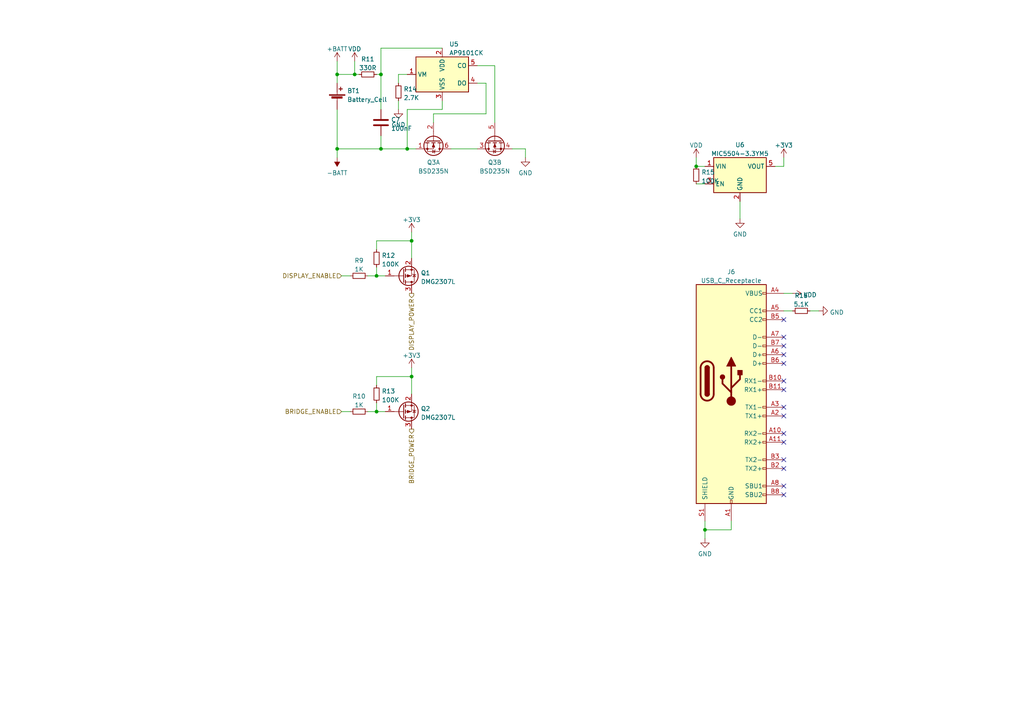
<source format=kicad_sch>
(kicad_sch (version 20211123) (generator eeschema)
  (paper "A4")
  (lib_symbols
    (symbol "Battery_Management:AP9101CK"
      (property "Reference" "U" (at -7.62 6.35 0))
      (property "Value" "AP9101CK" (at 6.35 6.35 0))
      (symbol "AP9101CK_0_1"
        (rectangle (start -7.62 5.08) (end 7.62 -5.08) (stroke (width 0.254)) (fill (type background)))
      )
      (symbol "AP9101CK_1_1"
        (pin passive line (at -10.16 0 0) (length 2.54) (name "VM") (number "1"))
        (pin power_in line (at 0 7.62 270) (length 2.54) (name "VDD") (number "2"))
        (pin power_in line (at 0 -7.62 90) (length 2.54) (name "VSS") (number "3"))
        (pin output line (at 10.16 -2.54 180) (length 2.54) (name "DO") (number "4"))
        (pin output line (at 10.16 2.54 180) (length 2.54) (name "CO") (number "5"))
      )
    )
    (symbol "Connector:USB_C_Receptacle" (pin_names (offset 1.016))
      (property "Reference" "J" (at -10.16 29.21 0))
      (property "Value" "USB_C_Receptacle" (at 10.16 29.21 0))
      (symbol "USB_C_Receptacle_0_0"
        (rectangle (start -0.254 -35.56) (end 0.254 -34.544))
        (rectangle (start 10.16 -32.766) (end 9.144 -33.274))
        (rectangle (start 10.16 -30.226) (end 9.144 -30.734))
        (rectangle (start 10.16 -25.146) (end 9.144 -25.654))
        (rectangle (start 10.16 -22.606) (end 9.144 -23.114))
        (rectangle (start 10.16 -17.526) (end 9.144 -18.034))
        (rectangle (start 10.16 -14.986) (end 9.144 -15.494))
        (rectangle (start 10.16 -9.906) (end 9.144 -10.414))
        (rectangle (start 10.16 -7.366) (end 9.144 -7.874))
        (rectangle (start 10.16 -2.286) (end 9.144 -2.794))
        (rectangle (start 10.16 0.254) (end 9.144 -0.254))
        (rectangle (start 10.16 5.334) (end 9.144 4.826))
        (rectangle (start 10.16 7.874) (end 9.144 7.366))
        (rectangle (start 10.16 10.414) (end 9.144 9.906))
        (rectangle (start 10.16 12.954) (end 9.144 12.446))
        (rectangle (start 10.16 18.034) (end 9.144 17.526))
        (rectangle (start 10.16 20.574) (end 9.144 20.066))
        (rectangle (start 10.16 25.654) (end 9.144 25.146))
      )
      (symbol "USB_C_Receptacle_0_1"
        (rectangle (start -10.16 27.94) (end 10.16 -35.56) (stroke (width 0.254)) (fill (type background)))
        (arc (start -8.89 -3.81) (mid -6.985 -5.715) (end -5.08 -3.81) (stroke (width 0.508)))
        (arc (start -7.62 -3.81) (mid -6.985 -4.445) (end -6.35 -3.81) (stroke (width 0.254)))
        (arc (start -7.62 -3.81) (mid -6.985 -4.445) (end -6.35 -3.81) (stroke (width 0.254)) (fill (type outline)))
        (rectangle (start -7.62 -3.81) (end -6.35 3.81) (stroke (width 0.254)) (fill (type outline)))
        (arc (start -6.35 3.81) (mid -6.985 4.445) (end -7.62 3.81) (stroke (width 0.254)))
        (arc (start -6.35 3.81) (mid -6.985 4.445) (end -7.62 3.81) (stroke (width 0.254)) (fill (type outline)))
        (arc (start -5.08 3.81) (mid -6.985 5.715) (end -8.89 3.81) (stroke (width 0.508)))
        (polyline (pts (xy -8.89 -3.81) (xy -8.89 3.81)) (stroke (width 0.508)))
        (polyline (pts (xy -5.08 3.81) (xy -5.08 -3.81)) (stroke (width 0.508)))
      )
      (symbol "USB_C_Receptacle_1_1"
        (circle (center -2.54 1.143) (radius 0.635) (stroke (width 0.254)) (fill (type outline)))
        (circle (center 0 -5.842) (radius 1.27) (fill (type outline)))
        (polyline (pts (xy 0 -5.842) (xy 0 4.318)) (stroke (width 0.508)))
        (polyline (pts (xy 0 -3.302) (xy -2.54 -0.762) (xy -2.54 0.508)) (stroke (width 0.508)))
        (polyline (pts (xy 0 -2.032) (xy 2.54 0.508) (xy 2.54 1.778)) (stroke (width 0.508)))
        (polyline (pts (xy -1.27 4.318) (xy 0 6.858) (xy 1.27 4.318) (xy -1.27 4.318)) (stroke (width 0.254)) (fill (type outline)))
        (rectangle (start 1.905 1.778) (end 3.175 3.048) (stroke (width 0.254)) (fill (type outline)))
        (pin passive line (at 0 -40.64 90) (length 5.08) (name "GND") (number "A1"))
        (pin bidirectional line (at 15.24 -15.24 180) (length 5.08) (name "RX2-") (number "A10"))
        (pin bidirectional line (at 15.24 -17.78 180) (length 5.08) (name "RX2+") (number "A11"))
        (pin passive line (at 0 -40.64 90) (length 5.08) hide (name "GND") (number "A12"))
        (pin bidirectional line (at 15.24 -10.16 180) (length 5.08) (name "TX1+") (number "A2"))
        (pin bidirectional line (at 15.24 -7.62 180) (length 5.08) (name "TX1-") (number "A3"))
        (pin passive line (at 15.24 25.4 180) (length 5.08) (name "VBUS") (number "A4"))
        (pin bidirectional line (at 15.24 20.32 180) (length 5.08) (name "CC1") (number "A5"))
        (pin bidirectional line (at 15.24 7.62 180) (length 5.08) (name "D+") (number "A6"))
        (pin bidirectional line (at 15.24 12.7 180) (length 5.08) (name "D-") (number "A7"))
        (pin bidirectional line (at 15.24 -30.48 180) (length 5.08) (name "SBU1") (number "A8"))
        (pin passive line (at 15.24 25.4 180) (length 5.08) hide (name "VBUS") (number "A9"))
        (pin passive line (at 0 -40.64 90) (length 5.08) hide (name "GND") (number "B1"))
        (pin bidirectional line (at 15.24 0 180) (length 5.08) (name "RX1-") (number "B10"))
        (pin bidirectional line (at 15.24 -2.54 180) (length 5.08) (name "RX1+") (number "B11"))
        (pin passive line (at 0 -40.64 90) (length 5.08) hide (name "GND") (number "B12"))
        (pin bidirectional line (at 15.24 -25.4 180) (length 5.08) (name "TX2+") (number "B2"))
        (pin bidirectional line (at 15.24 -22.86 180) (length 5.08) (name "TX2-") (number "B3"))
        (pin passive line (at 15.24 25.4 180) (length 5.08) hide (name "VBUS") (number "B4"))
        (pin bidirectional line (at 15.24 17.78 180) (length 5.08) (name "CC2") (number "B5"))
        (pin bidirectional line (at 15.24 5.08 180) (length 5.08) (name "D+") (number "B6"))
        (pin bidirectional line (at 15.24 10.16 180) (length 5.08) (name "D-") (number "B7"))
        (pin bidirectional line (at 15.24 -33.02 180) (length 5.08) (name "SBU2") (number "B8"))
        (pin passive line (at 15.24 25.4 180) (length 5.08) hide (name "VBUS") (number "B9"))
        (pin passive line (at -7.62 -40.64 90) (length 5.08) (name "SHIELD") (number "S1"))
      )
    )
    (symbol "Device:Battery_Cell" (pin_numbers hide) (pin_names (offset 0) hide)
      (property "Reference" "BT" (at 2.54 2.54 0))
      (property "Value" "Battery_Cell" (at 2.54 0 0))
      (symbol "Battery_Cell_0_1"
        (rectangle (start -2.286 1.778) (end 2.286 1.524) (fill (type outline)))
        (rectangle (start -1.5748 1.1938) (end 1.4732 0.6858) (fill (type outline)))
        (polyline (pts (xy 0 0.762) (xy 0 0)))
        (polyline (pts (xy 0 1.778) (xy 0 2.54)))
        (polyline (pts (xy 0.508 3.429) (xy 1.524 3.429)) (stroke (width 0.254)))
        (polyline (pts (xy 1.016 3.937) (xy 1.016 2.921)) (stroke (width 0.254)))
      )
      (symbol "Battery_Cell_1_1"
        (pin passive line (at 0 5.08 270) (length 2.54) (name "+") (number "1"))
        (pin passive line (at 0 -2.54 90) (length 2.54) (name "-") (number "2"))
      )
    )
    (symbol "Device:C" (pin_numbers hide) (pin_names (offset 0.254))
      (property "Reference" "C" (at 0.635 2.54 0))
      (property "Value" "C" (at 0.635 -2.54 0))
      (symbol "C_0_1"
        (polyline (pts (xy -2.032 -0.762) (xy 2.032 -0.762)) (stroke (width 0.508)))
        (polyline (pts (xy -2.032 0.762) (xy 2.032 0.762)) (stroke (width 0.508)))
      )
      (symbol "C_1_1"
        (pin passive line (at 0 3.81 270) (length 2.794) (name "~") (number "1"))
        (pin passive line (at 0 -3.81 90) (length 2.794) (name "~") (number "2"))
      )
    )
    (symbol "Device:R_Small" (pin_numbers hide) (pin_names (offset 0.254) hide)
      (property "Reference" "R" (at 0.762 0.508 0))
      (property "Value" "R_Small" (at 0.762 -1.016 0))
      (symbol "R_Small_0_1"
        (rectangle (start -0.762 1.778) (end 0.762 -1.778) (stroke (width 0.2032)))
      )
      (symbol "R_Small_1_1"
        (pin passive line (at 0 2.54 270) (length 0.762) (name "~") (number "1"))
        (pin passive line (at 0 -2.54 90) (length 0.762) (name "~") (number "2"))
      )
    )
    (symbol "Regulator_Linear:MIC5504-3.3YM5"
      (property "Reference" "U" (at -7.62 8.89 0))
      (property "Value" "MIC5504-3.3YM5" (at -7.62 6.35 0))
      (symbol "MIC5504-3.3YM5_0_1"
        (rectangle (start -7.62 -5.08) (end 7.62 5.08) (stroke (width 0.254)) (fill (type background)))
      )
      (symbol "MIC5504-3.3YM5_1_1"
        (pin power_in line (at -10.16 2.54 0) (length 2.54) (name "VIN") (number "1"))
        (pin power_in line (at 0 -7.62 90) (length 2.54) (name "GND") (number "2"))
        (pin input line (at -10.16 -2.54 0) (length 2.54) (name "EN") (number "3"))
        (pin no_connect line (at 7.62 -2.54 180) (length 2.54) hide (name "NC") (number "4"))
        (pin power_out line (at 10.16 2.54 180) (length 2.54) (name "VOUT") (number "5"))
      )
    )
    (symbol "Transistor_FET:DMG2301L" (pin_names hide)
      (property "Reference" "Q" (at 5.08 1.905 0))
      (property "Value" "DMG2301L" (at 5.08 0 0))
      (symbol "DMG2301L_0_1"
        (polyline (pts (xy 0.254 0) (xy -2.54 0)))
        (polyline (pts (xy 0.254 1.905) (xy 0.254 -1.905)) (stroke (width 0.254)))
        (polyline (pts (xy 0.762 -1.27) (xy 0.762 -2.286)) (stroke (width 0.254)))
        (polyline (pts (xy 0.762 0.508) (xy 0.762 -0.508)) (stroke (width 0.254)))
        (polyline (pts (xy 0.762 2.286) (xy 0.762 1.27)) (stroke (width 0.254)))
        (polyline (pts (xy 2.54 2.54) (xy 2.54 1.778)))
        (polyline (pts (xy 2.54 -2.54) (xy 2.54 0) (xy 0.762 0)))
        (polyline (pts (xy 0.762 1.778) (xy 3.302 1.778) (xy 3.302 -1.778) (xy 0.762 -1.778)))
        (polyline (pts (xy 2.286 0) (xy 1.27 0.381) (xy 1.27 -0.381) (xy 2.286 0)) (fill (type outline)))
        (polyline (pts (xy 2.794 -0.508) (xy 2.921 -0.381) (xy 3.683 -0.381) (xy 3.81 -0.254)))
        (polyline (pts (xy 3.302 -0.381) (xy 2.921 0.254) (xy 3.683 0.254) (xy 3.302 -0.381)))
        (circle (center 1.651 0) (radius 2.794) (stroke (width 0.254)))
        (circle (center 2.54 -1.778) (radius 0.254) (fill (type outline)))
        (circle (center 2.54 1.778) (radius 0.254) (fill (type outline)))
      )
      (symbol "DMG2301L_1_1"
        (pin input line (at -5.08 0 0) (length 2.54) (name "G") (number "1"))
        (pin passive line (at 2.54 -5.08 90) (length 2.54) (name "S") (number "2"))
        (pin passive line (at 2.54 5.08 270) (length 2.54) (name "D") (number "3"))
      )
    )
    (symbol "Transistor_FET:FDG6335N" (pin_names hide)
      (property "Reference" "Q" (at 5.08 1.905 0))
      (property "Value" "FDG6335N" (at 5.08 0 0))
      (symbol "FDG6335N_0_1"
        (polyline (pts (xy 0.254 0) (xy -2.54 0)))
        (polyline (pts (xy 0.254 1.905) (xy 0.254 -1.905)) (stroke (width 0.254)))
        (polyline (pts (xy 0.762 -1.27) (xy 0.762 -2.286)) (stroke (width 0.254)))
        (polyline (pts (xy 0.762 0.508) (xy 0.762 -0.508)) (stroke (width 0.254)))
        (polyline (pts (xy 0.762 2.286) (xy 0.762 1.27)) (stroke (width 0.254)))
        (polyline (pts (xy 2.54 2.54) (xy 2.54 1.778)))
        (polyline (pts (xy 2.54 -2.54) (xy 2.54 0) (xy 0.762 0)))
        (polyline (pts (xy 0.762 -1.778) (xy 3.302 -1.778) (xy 3.302 1.778) (xy 0.762 1.778)))
        (polyline (pts (xy 1.016 0) (xy 2.032 0.381) (xy 2.032 -0.381) (xy 1.016 0)) (fill (type outline)))
        (polyline (pts (xy 2.794 0.508) (xy 2.921 0.381) (xy 3.683 0.381) (xy 3.81 0.254)))
        (polyline (pts (xy 3.302 0.381) (xy 2.921 -0.254) (xy 3.683 -0.254) (xy 3.302 0.381)))
        (circle (center 1.651 0) (radius 2.794) (stroke (width 0.254)))
        (circle (center 2.54 -1.778) (radius 0.254) (fill (type outline)))
        (circle (center 2.54 1.778) (radius 0.254) (fill (type outline)))
      )
      (symbol "FDG6335N_1_1"
        (pin passive line (at 2.54 -5.08 90) (length 2.54) (name "S") (number "1"))
        (pin passive line (at -5.08 0 0) (length 2.54) (name "G") (number "2"))
        (pin passive line (at 2.54 5.08 270) (length 2.54) (name "D") (number "6"))
      )
      (symbol "FDG6335N_2_1"
        (pin passive line (at 2.54 5.08 270) (length 2.54) (name "D") (number "3"))
        (pin passive line (at 2.54 -5.08 90) (length 2.54) (name "S") (number "4"))
        (pin passive line (at -5.08 0 0) (length 2.54) (name "G") (number "5"))
      )
    )
    (symbol "power:+3.3V" (power) (pin_names (offset 0))
      (property "Value" "+3.3V" (at 0 3.556 0))
      (symbol "+3.3V_0_1"
        (polyline (pts (xy -0.762 1.27) (xy 0 2.54)))
        (polyline (pts (xy 0 0) (xy 0 2.54)))
        (polyline (pts (xy 0 2.54) (xy 0.762 1.27)))
      )
      (symbol "+3.3V_1_1"
        (pin power_in line (at 0 0 90) (length 0) hide (name "+3V3") (number "1"))
      )
    )
    (symbol "power:+BATT" (power) (pin_names (offset 0))
      (property "Value" "+BATT" (at 0 3.556 0))
      (symbol "+BATT_0_1"
        (polyline (pts (xy -0.762 1.27) (xy 0 2.54)))
        (polyline (pts (xy 0 0) (xy 0 2.54)))
        (polyline (pts (xy 0 2.54) (xy 0.762 1.27)))
      )
      (symbol "+BATT_1_1"
        (pin power_in line (at 0 0 90) (length 0) hide (name "+BATT") (number "1"))
      )
    )
    (symbol "power:-BATT" (power) (pin_names (offset 0))
      (property "Value" "-BATT" (at 0 3.556 0))
      (symbol "-BATT_0_1"
        (polyline (pts (xy 0 0) (xy 0 2.54)))
        (polyline (pts (xy 0.762 1.27) (xy -0.762 1.27) (xy 0 2.54) (xy 0.762 1.27)) (fill (type outline)))
      )
      (symbol "-BATT_1_1"
        (pin power_in line (at 0 0 90) (length 0) hide (name "-BATT") (number "1"))
      )
    )
    (symbol "power:GND" (power) (pin_names (offset 0))
      (property "Value" "GND" (at 0 -3.81 0))
      (symbol "GND_0_1"
        (polyline (pts (xy 0 0) (xy 0 -1.27) (xy 1.27 -1.27) (xy 0 -2.54) (xy -1.27 -1.27) (xy 0 -1.27)))
      )
      (symbol "GND_1_1"
        (pin power_in line (at 0 0 270) (length 0) hide (name "GND") (number "1"))
      )
    )
    (symbol "power:VDD" (power) (pin_names (offset 0))
      (property "Value" "VDD" (at 0 3.81 0))
      (symbol "VDD_0_1"
        (polyline (pts (xy -0.762 1.27) (xy 0 2.54)))
        (polyline (pts (xy 0 0) (xy 0 2.54)))
        (polyline (pts (xy 0 2.54) (xy 0.762 1.27)))
      )
      (symbol "VDD_1_1"
        (pin power_in line (at 0 0 90) (length 0) hide (name "VDD") (number "1"))
      )
    )
  )
  (junction (at 110.49 43.18))
  (junction (at 201.93 48.26))
  (junction (at 110.49 21.59))
  (junction (at 119.38 69.85))
  (junction (at 204.47 153.67))
  (junction (at 97.79 21.59))
  (junction (at 109.22 119.38))
  (junction (at 97.79 43.18))
  (junction (at 119.38 109.22))
  (junction (at 102.87 21.59))
  (junction (at 118.11 43.18))
  (junction (at 109.22 80.01))
  (no_connect (at 227.33 97.79))
  (no_connect (at 227.33 100.33))
  (no_connect (at 227.33 128.27))
  (no_connect (at 227.33 133.35))
  (no_connect (at 227.33 135.89))
  (no_connect (at 227.33 140.97))
  (no_connect (at 227.33 120.65))
  (no_connect (at 227.33 125.73))
  (no_connect (at 227.33 143.51))
  (no_connect (at 227.33 113.03))
  (no_connect (at 227.33 118.11))
  (no_connect (at 227.33 102.87))
  (no_connect (at 227.33 105.41))
  (no_connect (at 227.33 110.49))
  (no_connect (at 227.33 92.71))
  (wire (pts (xy 115.57 29.21) (xy 115.57 31.75)))
  (wire (pts (xy 102.87 21.59) (xy 97.79 21.59)))
  (wire (pts (xy 204.47 153.67) (xy 204.47 156.21)))
  (wire (pts (xy 212.09 153.67) (xy 204.47 153.67)))
  (wire (pts (xy 97.79 43.18) (xy 110.49 43.18)))
  (wire (pts (xy 115.57 21.59) (xy 118.11 21.59)))
  (wire (pts (xy 119.38 69.85) (xy 119.38 67.31)))
  (wire (pts (xy 128.27 31.75) (xy 118.11 31.75)))
  (wire (pts (xy 109.22 80.01) (xy 111.76 80.01)))
  (wire (pts (xy 140.97 33.02) (xy 125.73 33.02)))
  (wire (pts (xy 110.49 21.59) (xy 110.49 31.75)))
  (wire (pts (xy 109.22 21.59) (xy 110.49 21.59)))
  (wire (pts (xy 97.79 43.18) (xy 97.79 45.72)))
  (wire (pts (xy 109.22 109.22) (xy 119.38 109.22)))
  (wire (pts (xy 97.79 21.59) (xy 97.79 17.78)))
  (wire (pts (xy 227.33 48.26) (xy 224.79 48.26)))
  (wire (pts (xy 119.38 109.22) (xy 119.38 114.3)))
  (wire (pts (xy 201.93 48.26) (xy 201.93 45.72)))
  (wire (pts (xy 109.22 119.38) (xy 111.76 119.38)))
  (wire (pts (xy 115.57 24.13) (xy 115.57 21.59)))
  (wire (pts (xy 109.22 77.47) (xy 109.22 80.01)))
  (wire (pts (xy 110.49 39.37) (xy 110.49 43.18)))
  (wire (pts (xy 138.43 19.05) (xy 143.51 19.05)))
  (wire (pts (xy 204.47 48.26) (xy 201.93 48.26)))
  (wire (pts (xy 138.43 24.13) (xy 140.97 24.13)))
  (wire (pts (xy 214.63 58.42) (xy 214.63 63.5)))
  (wire (pts (xy 109.22 111.76) (xy 109.22 109.22)))
  (wire (pts (xy 99.06 80.01) (xy 101.6 80.01)))
  (wire (pts (xy 128.27 13.97) (xy 110.49 13.97)))
  (wire (pts (xy 201.93 53.34) (xy 204.47 53.34)))
  (wire (pts (xy 110.49 13.97) (xy 110.49 21.59)))
  (wire (pts (xy 109.22 72.39) (xy 109.22 69.85)))
  (wire (pts (xy 102.87 17.78) (xy 102.87 21.59)))
  (wire (pts (xy 148.59 43.18) (xy 152.4 43.18)))
  (wire (pts (xy 227.33 45.72) (xy 227.33 48.26)))
  (wire (pts (xy 128.27 29.21) (xy 128.27 31.75)))
  (wire (pts (xy 99.06 119.38) (xy 101.6 119.38)))
  (wire (pts (xy 125.73 33.02) (xy 125.73 35.56)))
  (wire (pts (xy 118.11 43.18) (xy 120.65 43.18)))
  (wire (pts (xy 109.22 69.85) (xy 119.38 69.85)))
  (wire (pts (xy 104.14 21.59) (xy 102.87 21.59)))
  (wire (pts (xy 130.81 43.18) (xy 138.43 43.18)))
  (wire (pts (xy 97.79 21.59) (xy 97.79 24.13)))
  (wire (pts (xy 97.79 31.75) (xy 97.79 43.18)))
  (wire (pts (xy 152.4 43.18) (xy 152.4 45.72)))
  (wire (pts (xy 119.38 109.22) (xy 119.38 106.68)))
  (wire (pts (xy 143.51 19.05) (xy 143.51 35.56)))
  (wire (pts (xy 140.97 24.13) (xy 140.97 33.02)))
  (wire (pts (xy 204.47 151.13) (xy 204.47 153.67)))
  (wire (pts (xy 119.38 69.85) (xy 119.38 74.93)))
  (wire (pts (xy 227.33 85.09) (xy 229.87 85.09)))
  (wire (pts (xy 110.49 43.18) (xy 118.11 43.18)))
  (wire (pts (xy 227.33 90.17) (xy 229.87 90.17)))
  (wire (pts (xy 234.95 90.17) (xy 237.49 90.17)))
  (wire (pts (xy 106.68 80.01) (xy 109.22 80.01)))
  (wire (pts (xy 106.68 119.38) (xy 109.22 119.38)))
  (wire (pts (xy 118.11 31.75) (xy 118.11 43.18)))
  (wire (pts (xy 109.22 116.84) (xy 109.22 119.38)))
  (wire (pts (xy 212.09 151.13) (xy 212.09 153.67)))
  (hierarchical_label "DISPLAY_ENABLE" (shape input) (at 99.06 80.01 180))
  (hierarchical_label "BRIDGE_POWER" (shape output) (at 119.38 124.46 270))
  (hierarchical_label "BRIDGE_ENABLE" (shape input) (at 99.06 119.38 180))
  (hierarchical_label "DISPLAY_POWER" (shape output) (at 119.38 85.09 270))
  (symbol (lib_id "Battery_Management:AP9101CK") (at 128.27 21.59 0) (unit 1)
    (property "Reference" "U5" (at 130.2894 12.8102 0) (effects (justify left)))
    (property "Value" "AP9101CK" (at 130.2894 15.3471 0) (effects (justify left)))
    (property "Footprint" "Package_TO_SOT_SMD:SOT-23-5" (effects hide))
    (property "Datasheet" "https://www.diodes.com/assets/Datasheets/AP9101C.pdf" (effects hide))
    (property "MPN" "AP9101CK-AHTRG1" (effects hide))
  )
  (symbol (lib_id "power:GND") (at 237.49 90.17 90) (unit 1)
    (property "Reference" "#PWR0131" (effects hide))
    (property "Value" "GND" (at 240.665 90.6038 90) (effects (justify right)))
  )
  (symbol (lib_id "Device:R_Small") (at 109.22 114.3 0) (unit 1)
    (property "Reference" "R13" (at 110.7186 113.4653 0) (effects (justify left)))
    (property "Value" "100K" (at 110.7186 116.0022 0) (effects (justify left)))
    (property "Footprint" "Resistor_SMD:R_0603_1608Metric_Pad0.98x0.95mm_HandSolder" (effects hide))
  )
  (symbol (lib_id "power:+3.3V") (at 119.38 106.68 0) (unit 1)
    (property "Reference" "#PWR0124" (effects hide))
    (property "Value" "+3.3V" (at 119.38 103.1042 0))
  )
  (symbol (lib_id "power:+3.3V") (at 119.38 67.31 0) (unit 1)
    (property "Reference" "#PWR0125" (effects hide))
    (property "Value" "+3.3V" (at 119.38 63.7342 0))
  )
  (symbol (lib_id "power:VDD") (at 229.87 85.09 270) (unit 1)
    (property "Reference" "#PWR0132" (effects hide))
    (property "Value" "VDD" (at 233.045 85.5238 90) (effects (justify left)))
  )
  (symbol (lib_id "Device:R_Small") (at 201.93 50.8 0) (unit 1)
    (property "Reference" "R15" (at 203.4286 49.9653 0) (effects (justify left)))
    (property "Value" "100K" (at 203.4286 52.5022 0) (effects (justify left)))
    (property "Footprint" "Resistor_SMD:R_0603_1608Metric_Pad0.98x0.95mm_HandSolder" (effects hide))
  )
  (symbol (lib_id "power:GND") (at 214.63 63.5 0) (unit 1)
    (property "Reference" "#PWR0130" (effects hide))
    (property "Value" "GND" (at 214.63 67.9434 0))
  )
  (symbol (lib_id "Device:R_Small") (at 232.41 90.17 90) (unit 1)
    (property "Reference" "R16" (at 232.41 85.7336 90))
    (property "Value" "5.1K" (at 232.41 88.2705 90))
    (property "Footprint" "Resistor_SMD:R_0603_1608Metric_Pad0.98x0.95mm_HandSolder" (effects hide))
  )
  (symbol (lib_id "Device:R_Small") (at 104.14 80.01 270) (unit 1)
    (property "Reference" "R9" (at 104.14 75.5736 90))
    (property "Value" "1K" (at 104.14 78.1105 90))
    (property "Footprint" "Resistor_SMD:R_0603_1608Metric_Pad0.98x0.95mm_HandSolder" (effects hide))
  )
  (symbol (lib_id "power:+BATT") (at 97.79 17.78 0) (unit 1)
    (property "Reference" "#PWR0128" (effects hide))
    (property "Value" "+BATT" (at 97.79 14.2042 0))
  )
  (symbol (lib_id "Transistor_FET:DMG2301L") (at 116.84 119.38 0) (mirror x) (unit 1)
    (property "Reference" "Q2" (at 122.047 118.5453 0) (effects (justify left)))
    (property "Value" "DMG2307L" (at 122.047 121.0822 0) (effects (justify left)))
    (property "Footprint" "Package_TO_SOT_SMD:SOT-23" (effects hide))
    (property "Datasheet" "https://www.diodes.com/assets/Datasheets/DMG2307L.pdf" (effects hide))
  )
  (symbol (lib_id "Device:R_Small") (at 115.57 26.67 180) (unit 1)
    (property "Reference" "R14" (at 117.0686 25.8353 0) (effects (justify right)))
    (property "Value" "2.7K" (at 117.0686 28.3722 0) (effects (justify right)))
    (property "Footprint" "Resistor_SMD:R_0603_1608Metric_Pad0.98x0.95mm_HandSolder" (effects hide))
  )
  (symbol (lib_id "power:GND") (at 152.4 45.72 0) (unit 1)
    (property "Reference" "#PWR0123" (effects hide))
    (property "Value" "GND" (at 152.4 50.1634 0))
  )
  (symbol (lib_id "power:GND") (at 115.57 31.75 0) (unit 1)
    (property "Reference" "#PWR0127" (effects hide))
    (property "Value" "GND" (at 115.57 36.1934 0))
  )
  (symbol (lib_id "power:GND") (at 204.47 156.21 0) (unit 1)
    (property "Reference" "#PWR0134" (effects hide))
    (property "Value" "GND" (at 204.47 160.6534 0))
  )
  (symbol (lib_id "power:+3.3V") (at 227.33 45.72 0) (unit 1)
    (property "Reference" "#PWR0133" (effects hide))
    (property "Value" "+3.3V" (at 227.33 42.1442 0))
  )
  (symbol (lib_id "Device:R_Small") (at 106.68 21.59 90) (unit 1)
    (property "Reference" "R11" (at 106.68 17.1536 90))
    (property "Value" "330R" (at 106.68 19.6905 90))
    (property "Footprint" "Resistor_SMD:R_0603_1608Metric_Pad0.98x0.95mm_HandSolder" (effects hide))
  )
  (symbol (lib_id "Device:C") (at 110.49 35.56 0) (unit 1)
    (property "Reference" "C7" (at 113.411 34.7253 0) (effects (justify left)))
    (property "Value" "100nF" (at 113.411 37.2622 0) (effects (justify left)))
    (property "Footprint" "Capacitor_SMD:C_0603_1608Metric_Pad1.08x0.95mm_HandSolder" (effects hide))
  )
  (symbol (lib_id "Transistor_FET:FDG6335N") (at 125.73 40.64 270) (unit 1)
    (property "Reference" "Q3" (at 125.73 47.1154 90))
    (property "Value" "BSD235N" (at 125.73 49.6523 90))
    (property "Footprint" "Package_TO_SOT_SMD:SOT-363_SC-70-6" (effects hide))
    (property "Datasheet" "http://www.gneic.com/product/datasheet/FDG6335N-1122853.pdf" (effects hide))
    (property "MPN" "BSD235N" (effects hide))
  )
  (symbol (lib_id "Regulator_Linear:MIC5504-3.3YM5") (at 214.63 50.8 0) (unit 1)
    (property "Reference" "U6" (at 214.63 42.0202 0))
    (property "Value" "MIC5504-3.3YM5" (at 214.63 44.5571 0))
    (property "Footprint" "Package_TO_SOT_SMD:SOT-23-5" (effects hide))
    (property "Datasheet" "http://ww1.microchip.com/downloads/en/DeviceDoc/MIC550X.pdf" (effects hide))
    (property "MPN" "MIC5504-3.3YM5-TR " (effects hide))
  )
  (symbol (lib_id "power:-BATT") (at 97.79 45.72 180) (unit 1)
    (property "Reference" "#PWR0126" (effects hide))
    (property "Value" "-BATT" (at 97.79 50.1634 0))
  )
  (symbol (lib_id "Device:R_Small") (at 104.14 119.38 270) (unit 1)
    (property "Reference" "R10" (at 104.14 114.9436 90))
    (property "Value" "1K" (at 104.14 117.4805 90))
    (property "Footprint" "Resistor_SMD:R_0603_1608Metric_Pad0.98x0.95mm_HandSolder" (effects hide))
  )
  (symbol (lib_id "Transistor_FET:DMG2301L") (at 116.84 80.01 0) (mirror x) (unit 1)
    (property "Reference" "Q1" (at 122.047 79.1753 0) (effects (justify left)))
    (property "Value" "DMG2307L" (at 122.047 81.7122 0) (effects (justify left)))
    (property "Footprint" "Package_TO_SOT_SMD:SOT-23" (effects hide))
    (property "Datasheet" "https://www.diodes.com/assets/Datasheets/DMG2307L.pdf" (effects hide))
  )
  (symbol (lib_id "Connector:USB_C_Receptacle") (at 212.09 110.49 0) (unit 1)
    (property "Reference" "J6" (at 212.09 78.8502 0))
    (property "Value" "USB_C_Receptacle" (at 212.09 81.3871 0))
    (property "Footprint" "Custom:USB_C_Receptacle_Amphenol_12401610E4-2A" (effects hide))
    (property "Datasheet" "https://www.usb.org/sites/default/files/documents/usb_type-c.zip" (effects hide))
    (property "MPN" "12401610E4#2A" (effects hide))
  )
  (symbol (lib_id "Device:Battery_Cell") (at 97.79 29.21 0) (unit 1)
    (property "Reference" "BT1" (at 100.711 26.3433 0) (effects (justify left)))
    (property "Value" "Battery_Cell" (at 100.711 28.8802 0) (effects (justify left)))
    (property "Footprint" "Connector_JST:JST_PH_B2B-PH-K_1x02_P2.00mm_Vertical" (effects hide))
  )
  (symbol (lib_id "power:VDD") (at 102.87 17.78 0) (unit 1)
    (property "Reference" "#PWR0129" (effects hide))
    (property "Value" "VDD" (at 102.87 14.2042 0))
  )
  (symbol (lib_id "power:VDD") (at 201.93 45.72 0) (unit 1)
    (property "Reference" "#PWR0135" (effects hide))
    (property "Value" "VDD" (at 201.93 42.1442 0))
  )
  (symbol (lib_id "Transistor_FET:FDG6335N") (at 143.51 40.64 90) (mirror x) (unit 2)
    (property "Reference" "Q3" (at 143.51 47.1154 90))
    (property "Value" "BSD235N" (at 143.51 49.6523 90))
    (property "Footprint" "Package_TO_SOT_SMD:SOT-363_SC-70-6" (effects hide))
    (property "Datasheet" "http://www.gneic.com/product/datasheet/FDG6335N-1122853.pdf" (effects hide))
  )
  (symbol (lib_id "Device:R_Small") (at 109.22 74.93 0) (unit 1)
    (property "Reference" "R12" (at 110.7186 74.0953 0) (effects (justify left)))
    (property "Value" "100K" (at 110.7186 76.6322 0) (effects (justify left)))
    (property "Footprint" "Resistor_SMD:R_0603_1608Metric_Pad0.98x0.95mm_HandSolder" (effects hide))
  )
)
</source>
